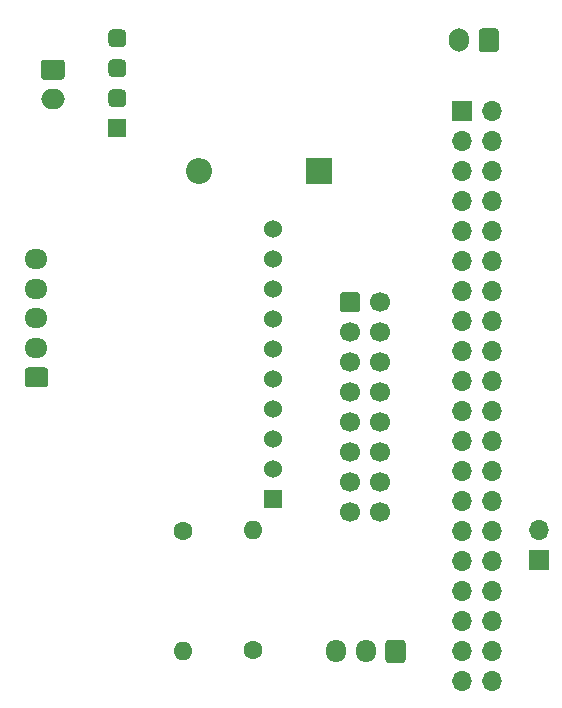
<source format=gbr>
%TF.GenerationSoftware,KiCad,Pcbnew,(5.1.8-0-10_14)*%
%TF.CreationDate,2021-09-21T14:49:06-04:00*%
%TF.ProjectId,PiHatPro,50694861-7450-4726-9f2e-6b696361645f,rev?*%
%TF.SameCoordinates,PX9b0780PY44cb540*%
%TF.FileFunction,Soldermask,Bot*%
%TF.FilePolarity,Negative*%
%FSLAX46Y46*%
G04 Gerber Fmt 4.6, Leading zero omitted, Abs format (unit mm)*
G04 Created by KiCad (PCBNEW (5.1.8-0-10_14)) date 2021-09-21 14:49:06*
%MOMM*%
%LPD*%
G01*
G04 APERTURE LIST*
%ADD10C,1.524000*%
%ADD11R,1.524000X1.524000*%
%ADD12O,1.950000X1.700000*%
%ADD13O,1.700000X1.700000*%
%ADD14R,1.700000X1.700000*%
%ADD15O,1.600000X1.600000*%
%ADD16C,1.600000*%
%ADD17O,1.700000X1.950000*%
%ADD18C,1.700000*%
%ADD19O,1.700000X2.000000*%
%ADD20O,2.200000X2.200000*%
%ADD21R,2.200000X2.200000*%
%ADD22O,2.000000X1.700000*%
G04 APERTURE END LIST*
D10*
%TO.C,U2*%
X24700000Y41280000D03*
X24700000Y38740000D03*
X24700000Y36200000D03*
X24700000Y33660000D03*
X24700000Y31120000D03*
X24700000Y28580000D03*
X24700000Y26040000D03*
X24700000Y23500000D03*
X24700000Y20960000D03*
D11*
X24700000Y18420000D03*
%TD*%
D12*
%TO.C,J4*%
X4700000Y38700000D03*
X4700000Y36200000D03*
X4700000Y33700000D03*
X4700000Y31200000D03*
G36*
G01*
X5425000Y27850000D02*
X3975000Y27850000D01*
G75*
G02*
X3725000Y28100000I0J250000D01*
G01*
X3725000Y29300000D01*
G75*
G02*
X3975000Y29550000I250000J0D01*
G01*
X5425000Y29550000D01*
G75*
G02*
X5675000Y29300000I0J-250000D01*
G01*
X5675000Y28100000D01*
G75*
G02*
X5425000Y27850000I-250000J0D01*
G01*
G37*
%TD*%
D13*
%TO.C,J9*%
X47250000Y15790000D03*
D14*
X47250000Y13250000D03*
%TD*%
D15*
%TO.C,R2*%
X17100000Y5540000D03*
D16*
X17100000Y15700000D03*
%TD*%
D15*
%TO.C,R1*%
X23000000Y15760000D03*
D16*
X23000000Y5600000D03*
%TD*%
D17*
%TO.C,J5*%
X30100000Y5500000D03*
X32600000Y5500000D03*
G36*
G01*
X35950000Y6225000D02*
X35950000Y4775000D01*
G75*
G02*
X35700000Y4525000I-250000J0D01*
G01*
X34500000Y4525000D01*
G75*
G02*
X34250000Y4775000I0J250000D01*
G01*
X34250000Y6225000D01*
G75*
G02*
X34500000Y6475000I250000J0D01*
G01*
X35700000Y6475000D01*
G75*
G02*
X35950000Y6225000I0J-250000D01*
G01*
G37*
%TD*%
D18*
%TO.C,J6*%
X33790000Y17288000D03*
X33790000Y19828000D03*
X33790000Y22368000D03*
X33790000Y24908000D03*
X33790000Y27448000D03*
X33790000Y29988000D03*
X33790000Y32528000D03*
X33790000Y35068000D03*
X31250000Y17288000D03*
X31250000Y19828000D03*
X31250000Y22368000D03*
X31250000Y24908000D03*
X31250000Y27448000D03*
X31250000Y29988000D03*
X31250000Y32528000D03*
G36*
G01*
X30400000Y34468000D02*
X30400000Y35668000D01*
G75*
G02*
X30650000Y35918000I250000J0D01*
G01*
X31850000Y35918000D01*
G75*
G02*
X32100000Y35668000I0J-250000D01*
G01*
X32100000Y34468000D01*
G75*
G02*
X31850000Y34218000I-250000J0D01*
G01*
X30650000Y34218000D01*
G75*
G02*
X30400000Y34468000I0J250000D01*
G01*
G37*
%TD*%
D13*
%TO.C,J1*%
X43290000Y2990000D03*
X40750000Y2990000D03*
X43290000Y5530000D03*
X40750000Y5530000D03*
X43290000Y8070000D03*
X40750000Y8070000D03*
X43290000Y10610000D03*
X40750000Y10610000D03*
X43290000Y13150000D03*
X40750000Y13150000D03*
X43290000Y15690000D03*
X40750000Y15690000D03*
X43290000Y18230000D03*
X40750000Y18230000D03*
X43290000Y20770000D03*
X40750000Y20770000D03*
X43290000Y23310000D03*
X40750000Y23310000D03*
X43290000Y25850000D03*
X40750000Y25850000D03*
X43290000Y28390000D03*
X40750000Y28390000D03*
X43290000Y30930000D03*
X40750000Y30930000D03*
X43290000Y33470000D03*
X40750000Y33470000D03*
X43290000Y36010000D03*
X40750000Y36010000D03*
X43290000Y38550000D03*
X40750000Y38550000D03*
X43290000Y41090000D03*
X40750000Y41090000D03*
X43290000Y43630000D03*
X40750000Y43630000D03*
X43290000Y46170000D03*
X40750000Y46170000D03*
X43290000Y48710000D03*
X40750000Y48710000D03*
X43290000Y51250000D03*
D14*
X40750000Y51250000D03*
%TD*%
D19*
%TO.C,J3*%
X40500000Y57250000D03*
G36*
G01*
X43850000Y58000000D02*
X43850000Y56500000D01*
G75*
G02*
X43600000Y56250000I-250000J0D01*
G01*
X42400000Y56250000D01*
G75*
G02*
X42150000Y56500000I0J250000D01*
G01*
X42150000Y58000000D01*
G75*
G02*
X42400000Y58250000I250000J0D01*
G01*
X43600000Y58250000D01*
G75*
G02*
X43850000Y58000000I0J-250000D01*
G01*
G37*
%TD*%
%TO.C,U1*%
G36*
G01*
X11931000Y56648000D02*
X11169000Y56648000D01*
G75*
G02*
X10788000Y57029000I0J381000D01*
G01*
X10788000Y57791000D01*
G75*
G02*
X11169000Y58172000I381000J0D01*
G01*
X11931000Y58172000D01*
G75*
G02*
X12312000Y57791000I0J-381000D01*
G01*
X12312000Y57029000D01*
G75*
G02*
X11931000Y56648000I-381000J0D01*
G01*
G37*
G36*
G01*
X11931000Y54108000D02*
X11169000Y54108000D01*
G75*
G02*
X10788000Y54489000I0J381000D01*
G01*
X10788000Y55251000D01*
G75*
G02*
X11169000Y55632000I381000J0D01*
G01*
X11931000Y55632000D01*
G75*
G02*
X12312000Y55251000I0J-381000D01*
G01*
X12312000Y54489000D01*
G75*
G02*
X11931000Y54108000I-381000J0D01*
G01*
G37*
G36*
G01*
X11931000Y51568000D02*
X11169000Y51568000D01*
G75*
G02*
X10788000Y51949000I0J381000D01*
G01*
X10788000Y52711000D01*
G75*
G02*
X11169000Y53092000I381000J0D01*
G01*
X11931000Y53092000D01*
G75*
G02*
X12312000Y52711000I0J-381000D01*
G01*
X12312000Y51949000D01*
G75*
G02*
X11931000Y51568000I-381000J0D01*
G01*
G37*
D11*
X11550000Y49790000D03*
%TD*%
D20*
%TO.C,D1*%
X18440000Y46200000D03*
D21*
X28600000Y46200000D03*
%TD*%
%TO.C,J2*%
G36*
G01*
X5334000Y55600000D02*
X6834000Y55600000D01*
G75*
G02*
X7084000Y55350000I0J-250000D01*
G01*
X7084000Y54150000D01*
G75*
G02*
X6834000Y53900000I-250000J0D01*
G01*
X5334000Y53900000D01*
G75*
G02*
X5084000Y54150000I0J250000D01*
G01*
X5084000Y55350000D01*
G75*
G02*
X5334000Y55600000I250000J0D01*
G01*
G37*
D22*
X6084000Y52250000D03*
%TD*%
M02*

</source>
